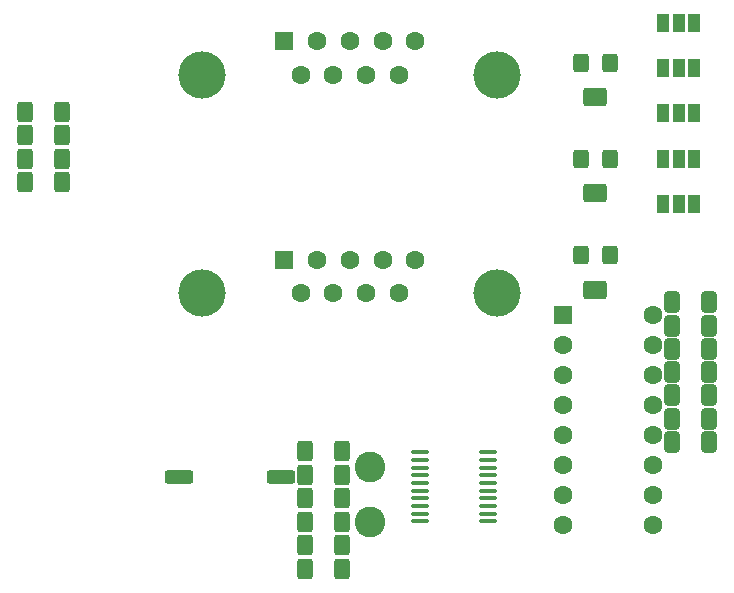
<source format=gbr>
%TF.GenerationSoftware,KiCad,Pcbnew,9.0.6*%
%TF.CreationDate,2026-01-17T14:07:05+01:00*%
%TF.ProjectId,icncconv,69636e63-636f-46e7-962e-6b696361645f,rev?*%
%TF.SameCoordinates,Original*%
%TF.FileFunction,Soldermask,Top*%
%TF.FilePolarity,Negative*%
%FSLAX46Y46*%
G04 Gerber Fmt 4.6, Leading zero omitted, Abs format (unit mm)*
G04 Created by KiCad (PCBNEW 9.0.6) date 2026-01-17 14:07:05*
%MOMM*%
%LPD*%
G01*
G04 APERTURE LIST*
G04 Aperture macros list*
%AMRoundRect*
0 Rectangle with rounded corners*
0 $1 Rounding radius*
0 $2 $3 $4 $5 $6 $7 $8 $9 X,Y pos of 4 corners*
0 Add a 4 corners polygon primitive as box body*
4,1,4,$2,$3,$4,$5,$6,$7,$8,$9,$2,$3,0*
0 Add four circle primitives for the rounded corners*
1,1,$1+$1,$2,$3*
1,1,$1+$1,$4,$5*
1,1,$1+$1,$6,$7*
1,1,$1+$1,$8,$9*
0 Add four rect primitives between the rounded corners*
20,1,$1+$1,$2,$3,$4,$5,0*
20,1,$1+$1,$4,$5,$6,$7,0*
20,1,$1+$1,$6,$7,$8,$9,0*
20,1,$1+$1,$8,$9,$2,$3,0*%
G04 Aperture macros list end*
%ADD10RoundRect,0.250000X-0.400000X-0.550000X0.400000X-0.550000X0.400000X0.550000X-0.400000X0.550000X0*%
%ADD11RoundRect,0.250000X-0.750000X-0.550000X0.750000X-0.550000X0.750000X0.550000X-0.750000X0.550000X0*%
%ADD12RoundRect,0.250000X-0.400000X-0.625000X0.400000X-0.625000X0.400000X0.625000X-0.400000X0.625000X0*%
%ADD13RoundRect,0.250000X-0.412500X-0.650000X0.412500X-0.650000X0.412500X0.650000X-0.412500X0.650000X0*%
%ADD14RoundRect,0.250000X-0.550000X-0.550000X0.550000X-0.550000X0.550000X0.550000X-0.550000X0.550000X0*%
%ADD15C,1.600000*%
%ADD16RoundRect,0.100000X-0.637500X-0.100000X0.637500X-0.100000X0.637500X0.100000X-0.637500X0.100000X0*%
%ADD17C,2.600000*%
%ADD18RoundRect,0.250000X-0.970000X-0.310000X0.970000X-0.310000X0.970000X0.310000X-0.970000X0.310000X0*%
%ADD19R,1.000000X1.500000*%
%ADD20C,4.000000*%
%ADD21R,1.600000X1.600000*%
G04 APERTURE END LIST*
D10*
%TO.C,RV3*%
X181880000Y-105690000D03*
D11*
X180630000Y-108590000D03*
D10*
X179380000Y-105690000D03*
%TD*%
%TO.C,RV2*%
X181880000Y-97540000D03*
D11*
X180630000Y-100440000D03*
D10*
X179380000Y-97540000D03*
%TD*%
%TO.C,RV1*%
X181880000Y-89390000D03*
D11*
X180630000Y-92290000D03*
D10*
X179380000Y-89390000D03*
%TD*%
D12*
%TO.C,R10*%
X132352500Y-99500000D03*
X135452500Y-99500000D03*
%TD*%
%TO.C,R9*%
X132352500Y-97510000D03*
X135452500Y-97510000D03*
%TD*%
%TO.C,R8*%
X132352500Y-95520000D03*
X135452500Y-95520000D03*
%TD*%
%TO.C,R7*%
X132352500Y-93530000D03*
X135452500Y-93530000D03*
%TD*%
%TO.C,R6*%
X156080000Y-132200000D03*
X159180000Y-132200000D03*
%TD*%
%TO.C,R5*%
X156080000Y-130210000D03*
X159180000Y-130210000D03*
%TD*%
%TO.C,R4*%
X156080000Y-128220000D03*
X159180000Y-128220000D03*
%TD*%
%TO.C,R3*%
X156080000Y-126230000D03*
X159180000Y-126230000D03*
%TD*%
%TO.C,R2*%
X156080000Y-124240000D03*
X159180000Y-124240000D03*
%TD*%
%TO.C,R1*%
X156080000Y-122250000D03*
X159180000Y-122250000D03*
%TD*%
D13*
%TO.C,C7*%
X187127500Y-121480000D03*
X190252500Y-121480000D03*
%TD*%
%TO.C,C6*%
X187127500Y-119510000D03*
X190252500Y-119510000D03*
%TD*%
%TO.C,C5*%
X187127500Y-117540000D03*
X190252500Y-117540000D03*
%TD*%
%TO.C,C4*%
X187127500Y-115570000D03*
X190252500Y-115570000D03*
%TD*%
%TO.C,C3*%
X187127500Y-113600000D03*
X190252500Y-113600000D03*
%TD*%
%TO.C,C2*%
X187127500Y-111630000D03*
X190252500Y-111630000D03*
%TD*%
%TO.C,C1*%
X187127500Y-109660000D03*
X190252500Y-109660000D03*
%TD*%
D14*
%TO.C,U2*%
X177880000Y-110720000D03*
D15*
X177880000Y-113260000D03*
X177880000Y-115800000D03*
X177880000Y-118340000D03*
X177880000Y-120880000D03*
X177880000Y-123420000D03*
X177880000Y-125960000D03*
X177880000Y-128500000D03*
X185500000Y-128500000D03*
X185500000Y-125960000D03*
X185500000Y-123420000D03*
X185500000Y-120880000D03*
X185500000Y-118340000D03*
X185500000Y-115800000D03*
X185500000Y-113260000D03*
X185500000Y-110720000D03*
%TD*%
D16*
%TO.C,U1*%
X165802500Y-122355000D03*
X165802500Y-123005000D03*
X165802500Y-123655000D03*
X165802500Y-124305000D03*
X165802500Y-124955000D03*
X165802500Y-125605000D03*
X165802500Y-126255000D03*
X165802500Y-126905000D03*
X165802500Y-127555000D03*
X165802500Y-128205000D03*
X171527500Y-128205000D03*
X171527500Y-127555000D03*
X171527500Y-126905000D03*
X171527500Y-126255000D03*
X171527500Y-125605000D03*
X171527500Y-124955000D03*
X171527500Y-124305000D03*
X171527500Y-123655000D03*
X171527500Y-123005000D03*
X171527500Y-122355000D03*
%TD*%
D17*
%TO.C,TP2*%
X161590000Y-128230000D03*
%TD*%
%TO.C,TP1*%
X161590000Y-123580000D03*
%TD*%
D18*
%TO.C,SW1*%
X145385000Y-124475000D03*
X153995000Y-124475000D03*
%TD*%
D19*
%TO.C,JP5*%
X188970000Y-101340000D03*
X187670000Y-101340000D03*
X186370000Y-101340000D03*
%TD*%
%TO.C,JP4*%
X188970000Y-97505000D03*
X187670000Y-97505000D03*
X186370000Y-97505000D03*
%TD*%
%TO.C,JP3*%
X188970000Y-93670000D03*
X187670000Y-93670000D03*
X186370000Y-93670000D03*
%TD*%
%TO.C,JP2*%
X188970000Y-89835000D03*
X187670000Y-89835000D03*
X186370000Y-89835000D03*
%TD*%
%TO.C,JP1*%
X188970000Y-86000000D03*
X187670000Y-86000000D03*
X186370000Y-86000000D03*
%TD*%
D20*
%TO.C,J2*%
X147340000Y-108898676D03*
X172340000Y-108898676D03*
D21*
X154300000Y-106058676D03*
D15*
X157070000Y-106058676D03*
X159840000Y-106058676D03*
X162610000Y-106058676D03*
X165380000Y-106058676D03*
X155685000Y-108898676D03*
X158455000Y-108898676D03*
X161225000Y-108898676D03*
X163995000Y-108898676D03*
%TD*%
D20*
%TO.C,J1*%
X147340000Y-90379338D03*
X172340000Y-90379338D03*
D21*
X154300000Y-87539338D03*
D15*
X157070000Y-87539338D03*
X159840000Y-87539338D03*
X162610000Y-87539338D03*
X165380000Y-87539338D03*
X155685000Y-90379338D03*
X158455000Y-90379338D03*
X161225000Y-90379338D03*
X163995000Y-90379338D03*
%TD*%
M02*

</source>
